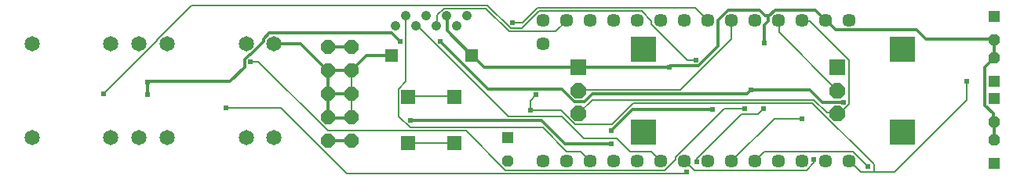
<source format=gbr>
%TF.GenerationSoftware,KiCad,Pcbnew,8.0.5*%
%TF.CreationDate,2024-11-18T15:17:10-05:00*%
%TF.ProjectId,RadioMusic_F rev2-2,52616469-6f4d-4757-9369-635f46207265,rev?*%
%TF.SameCoordinates,Original*%
%TF.FileFunction,Copper,L1,Top*%
%TF.FilePolarity,Positive*%
%FSLAX46Y46*%
G04 Gerber Fmt 4.6, Leading zero omitted, Abs format (unit mm)*
G04 Created by KiCad (PCBNEW 8.0.5) date 2024-11-18 15:17:10*
%MOMM*%
%LPD*%
G01*
G04 APERTURE LIST*
G04 Aperture macros list*
%AMOutline5P*
0 Free polygon, 5 corners , with rotation*
0 The origin of the aperture is its center*
0 number of corners: always 5*
0 $1 to $10 corner X, Y*
0 $11 Rotation angle, in degrees counterclockwise*
0 create outline with 5 corners*
4,1,5,$1,$2,$3,$4,$5,$6,$7,$8,$9,$10,$1,$2,$11*%
%AMOutline6P*
0 Free polygon, 6 corners , with rotation*
0 The origin of the aperture is its center*
0 number of corners: always 6*
0 $1 to $12 corner X, Y*
0 $13 Rotation angle, in degrees counterclockwise*
0 create outline with 6 corners*
4,1,6,$1,$2,$3,$4,$5,$6,$7,$8,$9,$10,$11,$12,$1,$2,$13*%
%AMOutline7P*
0 Free polygon, 7 corners , with rotation*
0 The origin of the aperture is its center*
0 number of corners: always 7*
0 $1 to $14 corner X, Y*
0 $15 Rotation angle, in degrees counterclockwise*
0 create outline with 7 corners*
4,1,7,$1,$2,$3,$4,$5,$6,$7,$8,$9,$10,$11,$12,$13,$14,$1,$2,$15*%
%AMOutline8P*
0 Free polygon, 8 corners , with rotation*
0 The origin of the aperture is its center*
0 number of corners: always 8*
0 $1 to $16 corner X, Y*
0 $17 Rotation angle, in degrees counterclockwise*
0 create outline with 8 corners*
4,1,8,$1,$2,$3,$4,$5,$6,$7,$8,$9,$10,$11,$12,$13,$14,$15,$16,$1,$2,$17*%
G04 Aperture macros list end*
%TA.AperFunction,ComponentPad*%
%ADD10C,1.650000*%
%TD*%
%TA.AperFunction,ComponentPad*%
%ADD11R,1.219200X1.219200*%
%TD*%
%TA.AperFunction,ComponentPad*%
%ADD12Outline8P,-0.609600X0.252505X-0.252505X0.609600X0.252505X0.609600X0.609600X0.252505X0.609600X-0.252505X0.252505X-0.609600X-0.252505X-0.609600X-0.609600X-0.252505X90.000000*%
%TD*%
%TA.AperFunction,ComponentPad*%
%ADD13Outline8P,-0.609600X0.252505X-0.252505X0.609600X0.252505X0.609600X0.609600X0.252505X0.609600X-0.252505X0.252505X-0.609600X-0.252505X-0.609600X-0.609600X-0.252505X270.000000*%
%TD*%
%TA.AperFunction,ComponentPad*%
%ADD14R,1.500000X1.500000*%
%TD*%
%TA.AperFunction,ComponentPad*%
%ADD15R,1.350000X1.350000*%
%TD*%
%TA.AperFunction,ComponentPad*%
%ADD16C,1.050000*%
%TD*%
%TA.AperFunction,ComponentPad*%
%ADD17R,1.676400X1.676400*%
%TD*%
%TA.AperFunction,ComponentPad*%
%ADD18Outline8P,-0.838200X0.347194X-0.347194X0.838200X0.347194X0.838200X0.838200X0.347194X0.838200X-0.347194X0.347194X-0.838200X-0.347194X-0.838200X-0.838200X-0.347194X180.000000*%
%TD*%
%TA.AperFunction,ComponentPad*%
%ADD19R,2.800000X2.800000*%
%TD*%
%TA.AperFunction,ComponentPad*%
%ADD20Outline8P,-0.762000X0.315631X-0.315631X0.762000X0.315631X0.762000X0.762000X0.315631X0.762000X-0.315631X0.315631X-0.762000X-0.315631X-0.762000X-0.762000X-0.315631X90.000000*%
%TD*%
%TA.AperFunction,ComponentPad*%
%ADD21C,1.447800*%
%TD*%
%TA.AperFunction,ViaPad*%
%ADD22C,0.609600*%
%TD*%
%TA.AperFunction,Conductor*%
%ADD23C,0.304800*%
%TD*%
%TA.AperFunction,Conductor*%
%ADD24C,0.152400*%
%TD*%
%TA.AperFunction,Conductor*%
%ADD25C,0.203200*%
%TD*%
G04 APERTURE END LIST*
D10*
%TO.P,CHANNEL-CV0,P$1*%
%TO.N,N$9*%
X110956100Y-110558600D03*
%TO.P,CHANNEL-CV0,P$2*%
%TO.N,N/C*%
X119456100Y-110558600D03*
%TO.P,CHANNEL-CV0,P$3*%
%TO.N,GND*%
X122456100Y-110558600D03*
%TD*%
%TO.P,RESET-CV0,P$1*%
%TO.N,N$14*%
X96351100Y-100398600D03*
%TO.P,RESET-CV0,P$2*%
%TO.N,N/C*%
X104851100Y-100398600D03*
%TO.P,RESET-CV0,P$3*%
%TO.N,GND*%
X107851100Y-100398600D03*
%TD*%
D11*
%TO.P,LED4,A*%
%TO.N,N$12*%
X200157100Y-113352600D03*
D12*
%TO.P,LED4,K*%
%TO.N,GND*%
X200157100Y-110812600D03*
%TD*%
D10*
%TO.P,TIME-CV0,P$1*%
%TO.N,TEMP*%
X110956100Y-100398600D03*
%TO.P,TIME-CV0,P$2*%
%TO.N,N/C*%
X119456100Y-100398600D03*
%TO.P,TIME-CV0,P$3*%
%TO.N,GND*%
X122456100Y-100398600D03*
%TD*%
D11*
%TO.P,LED2,A*%
%TO.N,N$11*%
X200157100Y-104462600D03*
D12*
%TO.P,LED2,K*%
%TO.N,GND*%
X200157100Y-101922600D03*
%TD*%
D11*
%TO.P,LED5,A*%
%TO.N,N$16*%
X147706100Y-110558600D03*
D13*
%TO.P,LED5,K*%
%TO.N,GND*%
X147706100Y-113098600D03*
%TD*%
D14*
%TO.P,RESET0,P$1*%
%TO.N,RESET_SW*%
X141951100Y-111153600D03*
%TO.P,RESET0,P$2*%
X136951100Y-111153600D03*
%TO.P,RESET0,P$3*%
%TO.N,+3.3V*%
X136951100Y-106153600D03*
%TO.P,RESET0,P$4*%
X141951100Y-106153600D03*
%TD*%
D11*
%TO.P,LED3,A*%
%TO.N,N$13*%
X200157100Y-106367600D03*
D13*
%TO.P,LED3,K*%
%TO.N,GND*%
X200157100Y-108907600D03*
%TD*%
D10*
%TO.P,OUTPUT0,P$1*%
%TO.N,N$3*%
X96351100Y-110558600D03*
%TO.P,OUTPUT0,P$2*%
%TO.N,N/C*%
X104851100Y-110558600D03*
%TO.P,OUTPUT0,P$3*%
%TO.N,GND*%
X107851100Y-110558600D03*
%TD*%
D15*
%TO.P,X1,GND1*%
%TO.N,GND*%
X135151100Y-101663600D03*
%TO.P,X1,GND2*%
X143751100Y-101663600D03*
D16*
%TO.P,X1,P$1*%
%TO.N,N/C*%
X135601100Y-98493600D03*
%TO.P,X1,P$2*%
%TO.N,SS*%
X136701100Y-97393600D03*
%TO.P,X1,P$3*%
%TO.N,MOSI*%
X137801100Y-98493600D03*
%TO.P,X1,P$4*%
%TO.N,+3.3V*%
X138901100Y-97393600D03*
%TO.P,X1,P$5*%
%TO.N,SCLK*%
X140001100Y-98493600D03*
%TO.P,X1,P$6*%
%TO.N,GND*%
X141101100Y-97393600D03*
%TO.P,X1,P$7*%
%TO.N,MISO*%
X142201100Y-98493600D03*
%TO.P,X1,P$8*%
%TO.N,N/C*%
X143301100Y-97393600D03*
%TD*%
D11*
%TO.P,LED1,A*%
%TO.N,N$15*%
X200157100Y-97477600D03*
D13*
%TO.P,LED1,K*%
%TO.N,GND*%
X200157100Y-100017600D03*
%TD*%
D17*
%TO.P,TIME-POT0,1*%
%TO.N,GND*%
X155311100Y-102978600D03*
D18*
%TO.P,TIME-POT0,2*%
%TO.N,TIME_POT*%
X155311100Y-105478600D03*
%TO.P,TIME-POT0,3*%
%TO.N,+3.3V*%
X155311100Y-107978600D03*
D19*
%TO.P,TIME-POT0,M1*%
%TO.N,N/C*%
X162311100Y-109978600D03*
%TO.P,TIME-POT0,M2*%
X162311100Y-100978600D03*
%TD*%
D17*
%TO.P,CHANNEL-POT0,1*%
%TO.N,GND*%
X183251100Y-102978600D03*
D18*
%TO.P,CHANNEL-POT0,2*%
%TO.N,CHANNEL_POT*%
X183251100Y-105478600D03*
%TO.P,CHANNEL-POT0,3*%
%TO.N,+3.3V*%
X183251100Y-107978600D03*
D19*
%TO.P,CHANNEL-POT0,M1*%
%TO.N,N/C*%
X190251100Y-109978600D03*
%TO.P,CHANNEL-POT0,M2*%
X190251100Y-100978600D03*
%TD*%
D20*
%TO.P,SV1,1*%
%TO.N,-12V_INLET*%
X128275100Y-110939600D03*
%TO.P,SV1,2*%
X130815100Y-110939600D03*
%TO.P,SV1,3*%
%TO.N,GND*%
X128275100Y-108399600D03*
%TO.P,SV1,4*%
X130815100Y-108399600D03*
%TO.P,SV1,5*%
X128275100Y-105859600D03*
%TO.P,SV1,6*%
X130815100Y-105859600D03*
%TO.P,SV1,7*%
X128275100Y-103319600D03*
%TO.P,SV1,8*%
X130815100Y-103319600D03*
%TO.P,SV1,9*%
%TO.N,+12V_INLET*%
X128275100Y-100779600D03*
%TO.P,SV1,10*%
X130815100Y-100779600D03*
%TD*%
D21*
%TO.P,U1,0*%
%TO.N,N/C*%
X181996100Y-113098600D03*
%TO.P,U1,1*%
X179456100Y-113098600D03*
%TO.P,U1,2*%
X176916100Y-113098600D03*
%TO.P,U1,3*%
%TO.N,LED1*%
X174376100Y-113098600D03*
%TO.P,U1,3.3V*%
%TO.N,+3.3V*%
X179456100Y-97858600D03*
%TO.P,U1,4*%
%TO.N,LED2*%
X171836100Y-113098600D03*
%TO.P,U1,5*%
%TO.N,LED3*%
X169296100Y-113098600D03*
%TO.P,U1,6*%
%TO.N,LED4*%
X166756100Y-113098600D03*
%TO.P,U1,7*%
%TO.N,MOSI*%
X164216100Y-113098600D03*
%TO.P,U1,8*%
%TO.N,RESET_SW*%
X161676100Y-113098600D03*
%TO.P,U1,9*%
%TO.N,RESET_CV*%
X159136100Y-113098600D03*
%TO.P,U1,10*%
%TO.N,SS*%
X156596100Y-113098600D03*
%TO.P,U1,11*%
%TO.N,LED_RESET*%
X154056100Y-113098600D03*
%TO.P,U1,12*%
%TO.N,MISO*%
X151516100Y-113098600D03*
%TO.P,U1,13*%
%TO.N,N/C*%
X151516100Y-97858600D03*
%TO.P,U1,14/A0*%
%TO.N,SCLK*%
X154056100Y-97858600D03*
%TO.P,U1,15/A1*%
%TO.N,N/C*%
X156596100Y-97858600D03*
%TO.P,U1,16/A2*%
X159136100Y-97858600D03*
%TO.P,U1,17/A3*%
X161676100Y-97858600D03*
%TO.P,U1,18/A4*%
X164216100Y-97858600D03*
%TO.P,U1,19/A5*%
X166756100Y-97858600D03*
%TO.P,U1,20/A6*%
%TO.N,PIN20/A6*%
X169296100Y-97858600D03*
%TO.P,U1,21/A7*%
%TO.N,TIME_POT*%
X171836100Y-97858600D03*
%TO.P,U1,22/A8*%
%TO.N,PIN22/A8*%
X174376100Y-97858600D03*
%TO.P,U1,23/A9*%
%TO.N,CHANNEL_POT*%
X176916100Y-97858600D03*
%TO.P,U1,AGND*%
%TO.N,GND*%
X181996100Y-97858600D03*
%TO.P,U1,DAC*%
%TO.N,DAC*%
X151516100Y-100398600D03*
%TO.P,U1,GND*%
%TO.N,DGND*%
X184536100Y-113098600D03*
%TO.P,U1,VIN*%
%TO.N,+5V*%
X184536100Y-97858600D03*
%TD*%
D22*
%TO.N,GND*%
X175366700Y-100335100D03*
X165143200Y-102913200D03*
%TO.N,CHANNEL_CV*%
X168076900Y-113225600D03*
X167010100Y-114292400D03*
X175277800Y-107447100D03*
X117315000Y-107358200D03*
%TO.N,DGND*%
X150119100Y-107624900D03*
X197236100Y-104513400D03*
X150741400Y-105935800D03*
%TO.N,+12V*%
X140429000Y-100157300D03*
X136072900Y-100157300D03*
X173944300Y-105402400D03*
X108780600Y-104602300D03*
X108780600Y-105935800D03*
X183901100Y-106735900D03*
%TO.N,-12V*%
X158831300Y-109847400D03*
X169766000Y-107536000D03*
X158831300Y-111269800D03*
X137139700Y-108691700D03*
%TO.N,PIN20/A6*%
X148163300Y-98112600D03*
%TO.N,LED1*%
X186568100Y-113670100D03*
%TO.N,LED2*%
X179456100Y-108513900D03*
%TO.N,LED4*%
X180700700Y-112958900D03*
%TO.N,AUDIO_OUT*%
X104068900Y-105846900D03*
X167988000Y-102202000D03*
%TO.N,TIME_CV*%
X173233100Y-107447100D03*
X119893100Y-102379800D03*
%TD*%
D23*
%TO.N,GND*%
X182123100Y-97934800D02*
X183101000Y-98912700D01*
X128427500Y-105846900D02*
X130738900Y-105846900D01*
X128249700Y-103446600D02*
X128249700Y-105758000D01*
X135095000Y-101668600D02*
X135151100Y-101663600D01*
X130738900Y-108425000D02*
X128338600Y-108425000D01*
X128249700Y-105758000D02*
X128275100Y-105859600D01*
X181945300Y-97845900D02*
X180878500Y-96779100D01*
X128249700Y-103446600D02*
X128275100Y-103319600D01*
X130738900Y-105846900D02*
X130815100Y-105859600D01*
D24*
X130815100Y-103319600D02*
X130815100Y-108348800D01*
D23*
X175722300Y-97401400D02*
X175811200Y-97490300D01*
X155364200Y-102913200D02*
X165143200Y-102913200D01*
X200169800Y-108958400D02*
X200169800Y-110736400D01*
X175811200Y-97934800D02*
X175366700Y-98379300D01*
X175366700Y-98379300D02*
X175366700Y-100335100D01*
X199191900Y-107091500D02*
X200080900Y-107980500D01*
X141140200Y-99001600D02*
X141140200Y-97401400D01*
X143718300Y-101579700D02*
X143751100Y-101663600D01*
X176522400Y-96779100D02*
X175811200Y-97490300D01*
X168254700Y-102824300D02*
X170388300Y-100690700D01*
X128160800Y-103268800D02*
X125316000Y-100424000D01*
X143896100Y-101668600D02*
X145140700Y-102913200D01*
X200080900Y-102024200D02*
X200157100Y-101922600D01*
X128338600Y-103268800D02*
X128275100Y-103319600D01*
X143896100Y-101668600D02*
X143751100Y-101663600D01*
X174833300Y-96779100D02*
X175455600Y-97401400D01*
X200169800Y-110736400D02*
X200157100Y-110812600D01*
X141140200Y-97401400D02*
X141101100Y-97393600D01*
X130738900Y-108425000D02*
X130815100Y-108399600D01*
X175811200Y-97490300D02*
X175811200Y-97934800D01*
D24*
X130815100Y-108348800D02*
X130738900Y-108425000D01*
D23*
X125316000Y-100424000D02*
X122471200Y-100424000D01*
X155364200Y-102913200D02*
X155311100Y-102978600D01*
X128249700Y-105935800D02*
X128275100Y-105859600D01*
X155186400Y-102913200D02*
X155311100Y-102978600D01*
X130738900Y-103268800D02*
X128338600Y-103268800D01*
X191813200Y-98912700D02*
X192791100Y-99890600D01*
X175455600Y-97401400D02*
X175722300Y-97401400D01*
X192791100Y-99890600D02*
X200080900Y-99890600D01*
X130738900Y-103268800D02*
X130815100Y-103319600D01*
X200080900Y-107980500D02*
X200080900Y-108780600D01*
X128160800Y-103268800D02*
X128275100Y-103319600D01*
X132428000Y-101668600D02*
X135095000Y-101668600D01*
X200169800Y-108958400D02*
X200157100Y-108907600D01*
X128338600Y-108425000D02*
X128275100Y-108399600D01*
X183101000Y-98912700D02*
X191813200Y-98912700D01*
X200169800Y-100068400D02*
X200169800Y-101846400D01*
X180878500Y-96779100D02*
X176522400Y-96779100D01*
X122471200Y-100424000D02*
X122456100Y-100398600D01*
X170388300Y-97845900D02*
X171455100Y-96779100D01*
X182123100Y-97934800D02*
X181996100Y-97858600D01*
X128249700Y-108247200D02*
X128275100Y-108399600D01*
X130827800Y-103268800D02*
X130815100Y-103319600D01*
X165232100Y-102824300D02*
X165143200Y-102913200D01*
X200080900Y-102024200D02*
X199191900Y-102913200D01*
X199191900Y-102913200D02*
X199191900Y-107091500D01*
X145140700Y-102913200D02*
X155186400Y-102913200D01*
X165232100Y-102824300D02*
X168254700Y-102824300D01*
X130827800Y-103268800D02*
X132428000Y-101668600D01*
X171455100Y-96779100D02*
X174833300Y-96779100D01*
X200080900Y-108780600D02*
X200157100Y-108907600D01*
X181945300Y-97845900D02*
X181996100Y-97858600D01*
X143718300Y-101579700D02*
X141140200Y-99001600D01*
X200169800Y-100068400D02*
X200157100Y-100017600D01*
X200169800Y-101846400D02*
X200157100Y-101922600D01*
X170388300Y-100690700D02*
X170388300Y-97845900D01*
X128427500Y-105846900D02*
X128275100Y-105859600D01*
X128249700Y-108247200D02*
X128249700Y-105935800D01*
X200080900Y-99890600D02*
X200157100Y-100017600D01*
%TO.N,+12V_INLET*%
X130815100Y-100779600D02*
X128275100Y-100779600D01*
%TO.N,-12V_INLET*%
X128338600Y-110914200D02*
X128275100Y-110939600D01*
X130738900Y-110914200D02*
X130815100Y-110939600D01*
X130738900Y-110914200D02*
X128338600Y-110914200D01*
D25*
%TO.N,+3.3V*%
X183545500Y-107891600D02*
X184523400Y-106913700D01*
X141940300Y-106113600D02*
X136961900Y-106113600D01*
X156786600Y-106469200D02*
X180700700Y-106469200D01*
X155364200Y-107891600D02*
X156786600Y-106469200D01*
X183189900Y-107891600D02*
X183251100Y-107978600D01*
X184523400Y-102202000D02*
X180256200Y-97934800D01*
X180700700Y-106469200D02*
X182123100Y-107891600D01*
X155364200Y-107891600D02*
X155311100Y-107978600D01*
X179456100Y-97934800D02*
X179456100Y-97858600D01*
X183278800Y-107891600D02*
X183251100Y-107978600D01*
X183278800Y-107891600D02*
X183545500Y-107891600D01*
X180256200Y-97934800D02*
X179456100Y-97934800D01*
X184523400Y-106913700D02*
X184523400Y-102202000D01*
X141940300Y-106113600D02*
X141951100Y-106153600D01*
X136961900Y-106113600D02*
X136951100Y-106153600D01*
X182123100Y-107891600D02*
X183189900Y-107891600D01*
%TO.N,CHANNEL_CV*%
X175277800Y-107447100D02*
X174655500Y-108069400D01*
X166832300Y-114470200D02*
X130294400Y-114470200D01*
X130294400Y-114470200D02*
X123182400Y-107358200D01*
X167010100Y-114292400D02*
X166832300Y-114470200D01*
X168076900Y-112870000D02*
X168076900Y-113225600D01*
X172877500Y-108069400D02*
X168076900Y-112870000D01*
X123182400Y-107358200D02*
X117315000Y-107358200D01*
X174655500Y-108069400D02*
X172877500Y-108069400D01*
%TO.N,DGND*%
X185768000Y-114292400D02*
X187190400Y-114292400D01*
X158920200Y-109136200D02*
X154919700Y-109136200D01*
X154919700Y-109136200D02*
X153408400Y-107624900D01*
X184612300Y-113136700D02*
X185768000Y-114292400D01*
X189412900Y-114292400D02*
X197236100Y-106469200D01*
X150741400Y-105935800D02*
X150119100Y-106558100D01*
X187190400Y-113492300D02*
X180522900Y-106824800D01*
X187190400Y-114292400D02*
X189412900Y-114292400D01*
X197236100Y-106469200D02*
X197236100Y-104513400D01*
X184612300Y-113136700D02*
X184536100Y-113098600D01*
X153408400Y-107624900D02*
X150119100Y-107624900D01*
X150119100Y-106558100D02*
X150119100Y-107624900D01*
X161231600Y-106824800D02*
X158920200Y-109136200D01*
X187190400Y-114292400D02*
X187190400Y-113492300D01*
X180522900Y-106824800D02*
X161231600Y-106824800D01*
D23*
%TO.N,+12V*%
X119804200Y-101579700D02*
X119270800Y-102113100D01*
X173944300Y-105402400D02*
X180256200Y-105402400D01*
X145585200Y-105313500D02*
X140429000Y-100157300D01*
X153497300Y-105313500D02*
X145585200Y-105313500D01*
X135183900Y-99268300D02*
X121937800Y-99268300D01*
X108869500Y-104513400D02*
X108780600Y-104602300D01*
X117670600Y-104513400D02*
X108869500Y-104513400D01*
X121937800Y-99268300D02*
X121315500Y-99890600D01*
X121315500Y-100157300D02*
X119893100Y-101579700D01*
X108780600Y-105935800D02*
X108780600Y-104602300D01*
X136072900Y-100157300D02*
X135183900Y-99268300D01*
X180256200Y-105402400D02*
X181589700Y-106735900D01*
X121315500Y-99890600D02*
X121315500Y-100157300D01*
X154830800Y-106647000D02*
X153497300Y-105313500D01*
X119893100Y-101579700D02*
X119804200Y-101579700D01*
X173499800Y-105846900D02*
X156786600Y-105846900D01*
X155986500Y-106647000D02*
X154830800Y-106647000D01*
X181589700Y-106735900D02*
X183901100Y-106735900D01*
X156786600Y-105846900D02*
X155986500Y-106647000D01*
X119270800Y-102913200D02*
X117670600Y-104513400D01*
X119270800Y-102113100D02*
X119270800Y-102913200D01*
X173944300Y-105402400D02*
X173499800Y-105846900D01*
%TO.N,-12V*%
X137139700Y-108691700D02*
X151274800Y-108691700D01*
X158831300Y-109847400D02*
X161142700Y-107536000D01*
X153852900Y-111269800D02*
X158831300Y-111269800D01*
X161142700Y-107536000D02*
X169766000Y-107536000D01*
X151274800Y-108691700D02*
X153852900Y-111269800D01*
D25*
%TO.N,TIME_POT*%
X155364200Y-105402400D02*
X166298900Y-105402400D01*
X171810700Y-97934800D02*
X171836100Y-97858600D01*
X166298900Y-105402400D02*
X171810700Y-99890600D01*
X171810700Y-99890600D02*
X171810700Y-97934800D01*
X155364200Y-105402400D02*
X155311100Y-105478600D01*
%TO.N,PIN20/A6*%
X150919200Y-96512400D02*
X149319000Y-98112600D01*
X169232600Y-97845900D02*
X169296100Y-97858600D01*
X167899100Y-96512400D02*
X150919200Y-96512400D01*
X169232600Y-97845900D02*
X167899100Y-96512400D01*
X149319000Y-98112600D02*
X148163300Y-98112600D01*
%TO.N,RESET_SW*%
X136961900Y-111180900D02*
X136951100Y-111153600D01*
X141940300Y-111180900D02*
X136961900Y-111180900D01*
X141940300Y-111180900D02*
X141951100Y-111153600D01*
%TO.N,SCLK*%
X152875000Y-99090500D02*
X147807700Y-99090500D01*
X140784600Y-96601300D02*
X140073400Y-97312500D01*
X154030700Y-97934800D02*
X154056100Y-97858600D01*
X154030700Y-97934800D02*
X152875000Y-99090500D01*
X147807700Y-99090500D02*
X145318500Y-96601300D01*
X145318500Y-96601300D02*
X140784600Y-96601300D01*
X140073400Y-98468200D02*
X140001100Y-98493600D01*
X140073400Y-97312500D02*
X140073400Y-98468200D01*
%TO.N,MOSI*%
X147718800Y-108247200D02*
X138028700Y-98557100D01*
X153497300Y-108247200D02*
X147718800Y-108247200D01*
X159453600Y-110647500D02*
X155897600Y-110647500D01*
X155897600Y-110647500D02*
X153497300Y-108247200D01*
X164216100Y-113098600D02*
X163187400Y-112069900D01*
X160876000Y-112069900D02*
X159453600Y-110647500D01*
X163187400Y-112069900D02*
X160876000Y-112069900D01*
X137850900Y-98557100D02*
X137801100Y-98493600D01*
X138028700Y-98557100D02*
X137850900Y-98557100D01*
%TO.N,SS*%
X135895100Y-105313500D02*
X136695200Y-104513400D01*
X155542000Y-112069900D02*
X154030700Y-112069900D01*
X156519900Y-113047800D02*
X155542000Y-112069900D01*
X154030700Y-112069900D02*
X151452600Y-109491800D01*
X136695200Y-104513400D02*
X136695200Y-97401400D01*
X156519900Y-113047800D02*
X156596100Y-113098600D01*
X135895100Y-108247200D02*
X135895100Y-105313500D01*
X136695200Y-97401400D02*
X136701100Y-97393600D01*
X151452600Y-109491800D02*
X137139700Y-109491800D01*
X137139700Y-109491800D02*
X135895100Y-108247200D01*
%TO.N,LED1*%
X184967900Y-112069900D02*
X186568100Y-113670100D01*
X175366700Y-112069900D02*
X184967900Y-112069900D01*
X174388800Y-113047800D02*
X174376100Y-113098600D01*
X174388800Y-113047800D02*
X175366700Y-112069900D01*
%TO.N,LED2*%
X171899600Y-113047800D02*
X176433500Y-108513900D01*
X176433500Y-108513900D02*
X179456100Y-108513900D01*
X171899600Y-113047800D02*
X171836100Y-113098600D01*
%TO.N,LED4*%
X166832300Y-113136700D02*
X167810200Y-114114600D01*
X166832300Y-113136700D02*
X166756100Y-113098600D01*
X180700700Y-113314500D02*
X180700700Y-112958900D01*
X179900600Y-114114600D02*
X180700700Y-113314500D01*
X167810200Y-114114600D02*
X179900600Y-114114600D01*
%TO.N,CHANNEL_POT*%
X183189900Y-105402400D02*
X176966900Y-99179400D01*
X176966900Y-97934800D02*
X176916100Y-97858600D01*
X183189900Y-105402400D02*
X183251100Y-105478600D01*
X176966900Y-99179400D02*
X176966900Y-97934800D01*
%TO.N,AUDIO_OUT*%
X163187400Y-97934800D02*
X162120600Y-96868000D01*
X167988000Y-102202000D02*
X167099000Y-102202000D01*
X162120600Y-96868000D02*
X151097000Y-96868000D01*
X151097000Y-96868000D02*
X149230100Y-98734900D01*
X113581200Y-96245700D02*
X109847400Y-99979500D01*
X163187400Y-98290400D02*
X163187400Y-97934800D01*
X109847400Y-100068400D02*
X104068900Y-105846900D01*
X145496300Y-96245700D02*
X113581200Y-96245700D01*
X167099000Y-102202000D02*
X163187400Y-98290400D01*
X147985500Y-98734900D02*
X145496300Y-96245700D01*
X109847400Y-99979500D02*
X109847400Y-100068400D01*
X149230100Y-98734900D02*
X147985500Y-98734900D01*
%TO.N,TIME_CV*%
X165765500Y-112692200D02*
X165765500Y-112958900D01*
X143184900Y-109847400D02*
X128249700Y-109847400D01*
X128249700Y-109847400D02*
X120782100Y-102379800D01*
X120782100Y-102379800D02*
X119893100Y-102379800D01*
X171010600Y-107447100D02*
X165765500Y-112692200D01*
X147452100Y-114114600D02*
X143184900Y-109847400D01*
X173233100Y-107447100D02*
X171010600Y-107447100D01*
X164609800Y-114114600D02*
X147452100Y-114114600D01*
X165765500Y-112958900D02*
X164609800Y-114114600D01*
%TD*%
M02*

</source>
